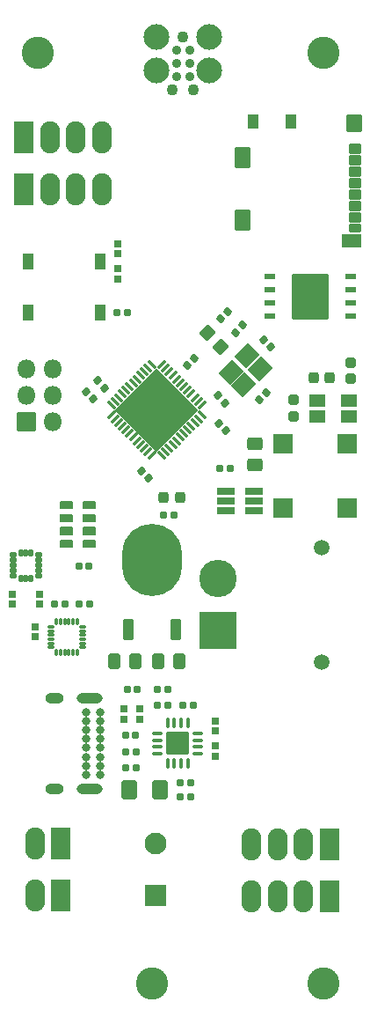
<source format=gbr>
%TF.GenerationSoftware,KiCad,Pcbnew,(6.0.2)*%
%TF.CreationDate,2022-04-15T22:59:47-04:00*%
%TF.ProjectId,Nova,4e6f7661-2e6b-4696-9361-645f70636258,rev?*%
%TF.SameCoordinates,Original*%
%TF.FileFunction,Soldermask,Top*%
%TF.FilePolarity,Negative*%
%FSLAX46Y46*%
G04 Gerber Fmt 4.6, Leading zero omitted, Abs format (unit mm)*
G04 Created by KiCad (PCBNEW (6.0.2)) date 2022-04-15 22:59:47*
%MOMM*%
%LPD*%
G01*
G04 APERTURE LIST*
G04 Aperture macros list*
%AMRoundRect*
0 Rectangle with rounded corners*
0 $1 Rounding radius*
0 $2 $3 $4 $5 $6 $7 $8 $9 X,Y pos of 4 corners*
0 Add a 4 corners polygon primitive as box body*
4,1,4,$2,$3,$4,$5,$6,$7,$8,$9,$2,$3,0*
0 Add four circle primitives for the rounded corners*
1,1,$1+$1,$2,$3*
1,1,$1+$1,$4,$5*
1,1,$1+$1,$6,$7*
1,1,$1+$1,$8,$9*
0 Add four rect primitives between the rounded corners*
20,1,$1+$1,$2,$3,$4,$5,0*
20,1,$1+$1,$4,$5,$6,$7,0*
20,1,$1+$1,$6,$7,$8,$9,0*
20,1,$1+$1,$8,$9,$2,$3,0*%
G04 Aperture macros list end*
%ADD10C,0.152400*%
%ADD11RoundRect,0.050000X0.900000X0.900000X-0.900000X0.900000X-0.900000X-0.900000X0.900000X-0.900000X0*%
%ADD12RoundRect,0.197500X0.147500X0.172500X-0.147500X0.172500X-0.147500X-0.172500X0.147500X-0.172500X0*%
%ADD13RoundRect,0.197500X0.172500X-0.147500X0.172500X0.147500X-0.172500X0.147500X-0.172500X-0.147500X0*%
%ADD14RoundRect,0.197500X-0.226274X-0.017678X-0.017678X-0.226274X0.226274X0.017678X0.017678X0.226274X0*%
%ADD15RoundRect,0.197500X0.017678X-0.226274X0.226274X-0.017678X-0.017678X0.226274X-0.226274X0.017678X0*%
%ADD16RoundRect,0.197500X0.226274X0.017678X0.017678X0.226274X-0.226274X-0.017678X-0.017678X-0.226274X0*%
%ADD17RoundRect,0.197500X-0.147500X-0.172500X0.147500X-0.172500X0.147500X0.172500X-0.147500X0.172500X0*%
%ADD18RoundRect,0.197500X-0.172500X0.147500X-0.172500X-0.147500X0.172500X-0.147500X0.172500X0.147500X0*%
%ADD19RoundRect,0.050000X1.000000X-1.000000X1.000000X1.000000X-1.000000X1.000000X-1.000000X-1.000000X0*%
%ADD20C,2.100000*%
%ADD21RoundRect,0.050000X0.750000X0.550000X-0.750000X0.550000X-0.750000X-0.550000X0.750000X-0.550000X0*%
%ADD22RoundRect,0.300000X-0.450000X0.325000X-0.450000X-0.325000X0.450000X-0.325000X0.450000X0.325000X0*%
%ADD23RoundRect,0.300000X-0.325000X-0.450000X0.325000X-0.450000X0.325000X0.450000X-0.325000X0.450000X0*%
%ADD24RoundRect,0.300000X0.325000X0.450000X-0.325000X0.450000X-0.325000X-0.450000X0.325000X-0.450000X0*%
%ADD25RoundRect,0.300001X0.462499X0.624999X-0.462499X0.624999X-0.462499X-0.624999X0.462499X-0.624999X0*%
%ADD26C,3.100000*%
%ADD27RoundRect,0.050000X0.900000X1.500000X-0.900000X1.500000X-0.900000X-1.500000X0.900000X-1.500000X0*%
%ADD28O,1.900000X3.100000*%
%ADD29RoundRect,0.050000X-0.900000X-1.500000X0.900000X-1.500000X0.900000X1.500000X-0.900000X1.500000X0*%
%ADD30C,0.800000*%
%ADD31O,1.800000X1.000000*%
%ADD32O,2.500000X1.000000*%
%ADD33RoundRect,0.050000X-0.550000X0.425000X-0.550000X-0.425000X0.550000X-0.425000X0.550000X0.425000X0*%
%ADD34RoundRect,0.050000X-0.550000X0.375000X-0.550000X-0.375000X0.550000X-0.375000X0.550000X0.375000X0*%
%ADD35RoundRect,0.050000X-0.500000X0.600000X-0.500000X-0.600000X0.500000X-0.600000X0.500000X0.600000X0*%
%ADD36RoundRect,0.050000X-0.675000X0.950000X-0.675000X-0.950000X0.675000X-0.950000X0.675000X0.950000X0*%
%ADD37RoundRect,0.050000X-0.675000X0.775000X-0.675000X-0.775000X0.675000X-0.775000X0.675000X0.775000X0*%
%ADD38RoundRect,0.050000X-0.900000X0.585000X-0.900000X-0.585000X0.900000X-0.585000X0.900000X0.585000X0*%
%ADD39RoundRect,0.268750X-0.218750X-0.256250X0.218750X-0.256250X0.218750X0.256250X-0.218750X0.256250X0*%
%ADD40RoundRect,0.268750X0.256250X-0.218750X0.256250X0.218750X-0.256250X0.218750X-0.256250X-0.218750X0*%
%ADD41RoundRect,0.050000X0.500000X0.700000X-0.500000X0.700000X-0.500000X-0.700000X0.500000X-0.700000X0*%
%ADD42RoundRect,0.050000X-0.500000X-0.700000X0.500000X-0.700000X0.500000X0.700000X-0.500000X0.700000X0*%
%ADD43RoundRect,0.112500X0.220971X0.309359X-0.309359X-0.220971X-0.220971X-0.309359X0.309359X0.220971X0*%
%ADD44RoundRect,0.112500X-0.220971X0.309359X-0.309359X0.220971X0.220971X-0.309359X0.309359X-0.220971X0*%
%ADD45RoundRect,0.050000X0.000000X3.959798X-3.959798X0.000000X0.000000X-3.959798X3.959798X0.000000X0*%
%ADD46RoundRect,0.050000X0.275000X0.175000X-0.275000X0.175000X-0.275000X-0.175000X0.275000X-0.175000X0*%
%ADD47RoundRect,0.050000X0.175000X0.275000X-0.175000X0.275000X-0.175000X-0.275000X0.175000X-0.275000X0*%
%ADD48RoundRect,0.050000X0.470000X0.220000X-0.470000X0.220000X-0.470000X-0.220000X0.470000X-0.220000X0*%
%ADD49RoundRect,0.050000X1.700000X2.150000X-1.700000X2.150000X-1.700000X-2.150000X1.700000X-2.150000X0*%
%ADD50RoundRect,0.125000X-0.075000X0.350000X-0.075000X-0.350000X0.075000X-0.350000X0.075000X0.350000X0*%
%ADD51RoundRect,0.125000X-0.350000X0.075000X-0.350000X-0.075000X0.350000X-0.075000X0.350000X0.075000X0*%
%ADD52RoundRect,0.050000X-1.050000X1.050000X-1.050000X-1.050000X1.050000X-1.050000X1.050000X1.050000X0*%
%ADD53RoundRect,0.050000X0.546100X0.304800X-0.546100X0.304800X-0.546100X-0.304800X0.546100X-0.304800X0*%
%ADD54RoundRect,0.100000X0.225000X0.050000X-0.225000X0.050000X-0.225000X-0.050000X0.225000X-0.050000X0*%
%ADD55RoundRect,0.100000X-0.050000X0.225000X-0.050000X-0.225000X0.050000X-0.225000X0.050000X0.225000X0*%
%ADD56C,1.500000*%
%ADD57RoundRect,0.050000X-1.750000X1.750000X-1.750000X-1.750000X1.750000X-1.750000X1.750000X1.750000X0*%
%ADD58C,3.600000*%
%ADD59RoundRect,0.050000X0.760140X0.017678X0.017678X0.760140X-0.760140X-0.017678X-0.017678X-0.760140X0*%
%ADD60RoundRect,0.050000X-0.106066X-1.166726X1.166726X0.106066X0.106066X1.166726X-1.166726X-0.106066X0*%
%ADD61RoundRect,0.050000X-0.780000X-0.325000X0.780000X-0.325000X0.780000X0.325000X-0.780000X0.325000X0*%
%ADD62RoundRect,0.050000X0.850000X0.850000X-0.850000X0.850000X-0.850000X-0.850000X0.850000X-0.850000X0*%
%ADD63O,1.800000X1.800000*%
%ADD64RoundRect,0.165200X-0.364800X-0.834800X0.364800X-0.834800X0.364800X0.834800X-0.364800X0.834800X0*%
%ADD65RoundRect,2.865000X0.000000X-0.605000X0.000000X-0.605000X0.000000X0.605000X0.000000X0.605000X0*%
%ADD66C,1.091000*%
%ADD67C,2.475000*%
%ADD68C,0.887000*%
G04 APERTURE END LIST*
D10*
%TO.C,U6*%
X151456000Y-95931100D02*
X150363800Y-95931100D01*
X150363800Y-92181100D02*
X150363800Y-92790700D01*
X149256000Y-95290700D02*
X149256000Y-94681100D01*
X149256000Y-96540700D02*
X149256000Y-95931100D01*
X151456000Y-92181100D02*
X150363800Y-92181100D01*
X149256000Y-95931100D02*
X148163800Y-95931100D01*
X150363800Y-96540700D02*
X151456000Y-96540700D01*
X148163800Y-96540700D02*
X149256000Y-96540700D01*
X150363800Y-92790700D02*
X151456000Y-92790700D01*
X151456000Y-92790700D02*
X151456000Y-92181100D01*
X148163800Y-95290700D02*
X149256000Y-95290700D01*
X148163800Y-94040700D02*
X149256000Y-94040700D01*
X148163800Y-94681100D02*
X148163800Y-95290700D01*
X149256000Y-94040700D02*
X149256000Y-93431100D01*
X148163800Y-92181100D02*
X148163800Y-92790700D01*
X149256000Y-92790700D02*
X149256000Y-92181100D01*
X151456000Y-95290700D02*
X151456000Y-94681100D01*
X150363800Y-93431100D02*
X150363800Y-94040700D01*
X150363800Y-95931100D02*
X150363800Y-96540700D01*
X148163800Y-92790700D02*
X149256000Y-92790700D01*
X150363800Y-94040700D02*
X151456000Y-94040700D01*
X148163800Y-93431100D02*
X148163800Y-94040700D01*
X151456000Y-93431100D02*
X150363800Y-93431100D01*
X148163800Y-95931100D02*
X148163800Y-96540700D01*
X150363800Y-94681100D02*
X150363800Y-95290700D01*
X151456000Y-94681100D02*
X150363800Y-94681100D01*
X149256000Y-94681100D02*
X148163800Y-94681100D01*
X151456000Y-96540700D02*
X151456000Y-95931100D01*
X149256000Y-92181100D02*
X148163800Y-92181100D01*
X149256000Y-93431100D02*
X148163800Y-93431100D01*
X151456000Y-94040700D02*
X151456000Y-93431100D01*
X150363800Y-95290700D02*
X151456000Y-95290700D01*
%TD*%
D11*
%TO.C,BZ1*%
X169600000Y-92750000D03*
X169600000Y-86600000D03*
X175750000Y-86600000D03*
X175750000Y-92750000D03*
%TD*%
D12*
%TO.C,C3*%
X150910000Y-98350000D03*
X149940000Y-98350000D03*
%TD*%
D13*
%TO.C,C5*%
X153650000Y-70745000D03*
X153650000Y-69775000D03*
%TD*%
D14*
%TO.C,C6*%
X163357053Y-81982053D03*
X164042947Y-82667947D03*
%TD*%
D15*
%TO.C,C7*%
X164982053Y-75892947D03*
X165667947Y-75207053D03*
%TD*%
%TO.C,C8*%
X163607053Y-74567947D03*
X164292947Y-73882053D03*
%TD*%
%TO.C,C9*%
X167282053Y-82392947D03*
X167967947Y-81707053D03*
%TD*%
D16*
%TO.C,C10*%
X152400000Y-81225000D03*
X151714106Y-80539106D03*
%TD*%
D14*
%TO.C,C11*%
X167757053Y-76582053D03*
X168442947Y-77267947D03*
%TD*%
D16*
%TO.C,C12*%
X151317947Y-82267947D03*
X150632053Y-81582053D03*
%TD*%
D14*
%TO.C,C13*%
X163407053Y-84657053D03*
X164092947Y-85342947D03*
%TD*%
D15*
%TO.C,C14*%
X160382053Y-79042947D03*
X161067947Y-78357053D03*
%TD*%
D17*
%TO.C,C15*%
X149990000Y-101975000D03*
X150960000Y-101975000D03*
%TD*%
D18*
%TO.C,C16*%
X145700000Y-104190000D03*
X145700000Y-105160000D03*
%TD*%
D12*
%TO.C,C17*%
X148560000Y-101975000D03*
X147590000Y-101975000D03*
%TD*%
D14*
%TO.C,C18*%
X155982053Y-89232053D03*
X156667947Y-89917947D03*
%TD*%
D18*
%TO.C,C22*%
X146100000Y-101040000D03*
X146100000Y-102010000D03*
%TD*%
D13*
%TO.C,C23*%
X143550000Y-102010000D03*
X143550000Y-101040000D03*
%TD*%
D19*
%TO.C,C24*%
X157350000Y-130050000D03*
D20*
X157350000Y-125050000D03*
%TD*%
D12*
%TO.C,C29*%
X160685000Y-120525000D03*
X159715000Y-120525000D03*
%TD*%
%TO.C,C30*%
X160685000Y-119200000D03*
X159715000Y-119200000D03*
%TD*%
D17*
%TO.C,C31*%
X154465000Y-117750000D03*
X155435000Y-117750000D03*
%TD*%
D21*
%TO.C,D1*%
X175904956Y-83965000D03*
X172904956Y-83965000D03*
X172904956Y-82465000D03*
X175904956Y-82465000D03*
%TD*%
D22*
%TO.C,D2*%
X166875000Y-86600000D03*
X166875000Y-88650000D03*
%TD*%
D23*
%TO.C,D3*%
X153325000Y-107550000D03*
X155375000Y-107550000D03*
%TD*%
D24*
%TO.C,D4*%
X159625000Y-107550000D03*
X157575000Y-107550000D03*
%TD*%
D13*
%TO.C,D5*%
X155800000Y-113085000D03*
X155800000Y-112115000D03*
%TD*%
%TO.C,D6*%
X154300000Y-113085000D03*
X154300000Y-112115000D03*
%TD*%
D12*
%TO.C,D7*%
X159060000Y-93475000D03*
X158090000Y-93475000D03*
%TD*%
D25*
%TO.C,F1*%
X157762500Y-119850000D03*
X154787500Y-119850000D03*
%TD*%
D26*
%TO.C,H1*%
X173500000Y-49000000D03*
%TD*%
%TO.C,H2*%
X146000000Y-49000000D03*
%TD*%
%TO.C,H3*%
X173500000Y-138500000D03*
%TD*%
%TO.C,H4*%
X157000000Y-138500000D03*
%TD*%
D27*
%TO.C,J4*%
X148200000Y-130050000D03*
X148200000Y-125050000D03*
D28*
X145700000Y-125050000D03*
X145700000Y-130050000D03*
%TD*%
D29*
%TO.C,J5*%
X144618800Y-62150000D03*
X144618800Y-57150000D03*
D28*
X147118800Y-57150000D03*
X147118800Y-62150000D03*
X149618800Y-57150000D03*
X149618800Y-62150000D03*
X152118800Y-62150000D03*
X152118800Y-57150000D03*
%TD*%
D27*
%TO.C,J6*%
X174075000Y-130125000D03*
X174075000Y-125125000D03*
D28*
X171575000Y-125125000D03*
X171575000Y-130125000D03*
X169075000Y-125125000D03*
X169075000Y-130125000D03*
X166575000Y-125125000D03*
X166575000Y-130125000D03*
%TD*%
D30*
%TO.C,J7*%
X151950000Y-112450000D03*
X151950000Y-113300000D03*
X151950000Y-114150000D03*
X151950000Y-115000000D03*
X151950000Y-115850000D03*
X151950000Y-116700000D03*
X151950000Y-117550000D03*
X151950000Y-118400000D03*
X150600000Y-118400000D03*
X150600000Y-117550000D03*
X150600000Y-116700000D03*
X150600000Y-115850000D03*
X150600000Y-115000000D03*
X150600000Y-114150000D03*
X150600000Y-113300000D03*
X150600000Y-112450000D03*
D31*
X147590000Y-111100000D03*
X147590000Y-119750000D03*
D32*
X150970000Y-119750000D03*
X150970000Y-111100000D03*
%TD*%
D33*
%TO.C,Micro_SD1*%
X176535600Y-58225000D03*
X176535600Y-59325000D03*
X176535600Y-60425000D03*
X176535600Y-61525000D03*
X176535600Y-62625000D03*
X176535600Y-63725000D03*
X176535600Y-64825000D03*
D34*
X176535600Y-65875000D03*
D35*
X170385600Y-55590000D03*
X166685600Y-55590000D03*
D36*
X165710600Y-65060000D03*
X165710600Y-59090000D03*
D37*
X176410600Y-55765000D03*
D38*
X176185600Y-67085000D03*
%TD*%
D39*
%TO.C,R1*%
X172537500Y-80275000D03*
X174112500Y-80275000D03*
%TD*%
D40*
%TO.C,R2*%
X176150000Y-80350000D03*
X176150000Y-78775000D03*
%TD*%
%TO.C,R3*%
X170625000Y-83962500D03*
X170625000Y-82387500D03*
%TD*%
D39*
%TO.C,R4*%
X158087500Y-91725000D03*
X159662500Y-91725000D03*
%TD*%
D18*
%TO.C,R6*%
X153650000Y-67365000D03*
X153650000Y-68335000D03*
%TD*%
D17*
%TO.C,R7*%
X153625000Y-73975000D03*
X154595000Y-73975000D03*
%TD*%
%TO.C,R27*%
X163515000Y-89000000D03*
X164485000Y-89000000D03*
%TD*%
%TO.C,R28*%
X157490000Y-110250000D03*
X158460000Y-110250000D03*
%TD*%
D12*
%TO.C,R29*%
X155560000Y-110250000D03*
X154590000Y-110250000D03*
%TD*%
%TO.C,R30*%
X155435000Y-116200000D03*
X154465000Y-116200000D03*
%TD*%
D17*
%TO.C,R31*%
X154440000Y-114650000D03*
X155410000Y-114650000D03*
%TD*%
D13*
%TO.C,R32*%
X163100000Y-116635000D03*
X163100000Y-115665000D03*
%TD*%
D12*
%TO.C,R33*%
X160935000Y-111775000D03*
X159965000Y-111775000D03*
%TD*%
D18*
%TO.C,R34*%
X163100000Y-113265000D03*
X163100000Y-114235000D03*
%TD*%
D17*
%TO.C,R35*%
X157515000Y-111775000D03*
X158485000Y-111775000D03*
%TD*%
D41*
%TO.C,BOOT1*%
X152000000Y-73975000D03*
X145000000Y-73975000D03*
%TD*%
D42*
%TO.C,NRST1*%
X145000000Y-69075000D03*
X152000000Y-69075000D03*
%TD*%
D43*
%TO.C,U1*%
X161800223Y-82863864D03*
X161446670Y-82510311D03*
X161093116Y-82156757D03*
X160739563Y-81803204D03*
X160386010Y-81449651D03*
X160032456Y-81096097D03*
X159678903Y-80742544D03*
X159325349Y-80388990D03*
X158971796Y-80035437D03*
X158618243Y-79681884D03*
X158264689Y-79328330D03*
X157911136Y-78974777D03*
D44*
X156938864Y-78974777D03*
X156585311Y-79328330D03*
X156231757Y-79681884D03*
X155878204Y-80035437D03*
X155524651Y-80388990D03*
X155171097Y-80742544D03*
X154817544Y-81096097D03*
X154463990Y-81449651D03*
X154110437Y-81803204D03*
X153756884Y-82156757D03*
X153403330Y-82510311D03*
X153049777Y-82863864D03*
D43*
X153049777Y-83836136D03*
X153403330Y-84189689D03*
X153756884Y-84543243D03*
X154110437Y-84896796D03*
X154463990Y-85250349D03*
X154817544Y-85603903D03*
X155171097Y-85957456D03*
X155524651Y-86311010D03*
X155878204Y-86664563D03*
X156231757Y-87018116D03*
X156585311Y-87371670D03*
X156938864Y-87725223D03*
D44*
X157911136Y-87725223D03*
X158264689Y-87371670D03*
X158618243Y-87018116D03*
X158971796Y-86664563D03*
X159325349Y-86311010D03*
X159678903Y-85957456D03*
X160032456Y-85603903D03*
X160386010Y-85250349D03*
X160739563Y-84896796D03*
X161093116Y-84543243D03*
X161446670Y-84189689D03*
X161800223Y-83836136D03*
D45*
X157425000Y-83350000D03*
%TD*%
D46*
%TO.C,U2*%
X146050000Y-99295000D03*
X146050000Y-98795000D03*
X146050000Y-98295000D03*
X146050000Y-97795000D03*
X146050000Y-97295000D03*
D47*
X145325000Y-97070000D03*
X144825000Y-97070000D03*
X144325000Y-97070000D03*
D46*
X143600000Y-97295000D03*
X143600000Y-97795000D03*
X143600000Y-98295000D03*
X143600000Y-98795000D03*
X143600000Y-99295000D03*
D47*
X144325000Y-99520000D03*
X144825000Y-99520000D03*
X145325000Y-99520000D03*
%TD*%
D48*
%TO.C,U3*%
X176095000Y-74355000D03*
X176095000Y-73085000D03*
X176095000Y-71815000D03*
X176095000Y-70545000D03*
X168305000Y-70545000D03*
X168305000Y-71815000D03*
X168305000Y-73085000D03*
X168305000Y-74355000D03*
D49*
X172200000Y-72450000D03*
%TD*%
D50*
%TO.C,U4*%
X160425000Y-113475000D03*
X159775000Y-113475000D03*
X159125000Y-113475000D03*
X158475000Y-113475000D03*
D51*
X157500000Y-114450000D03*
X157500000Y-115100000D03*
X157500000Y-115750000D03*
X157500000Y-116400000D03*
D50*
X158475000Y-117375000D03*
X159125000Y-117375000D03*
X159775000Y-117375000D03*
X160425000Y-117375000D03*
D51*
X161400000Y-116400000D03*
X161400000Y-115750000D03*
X161400000Y-115100000D03*
X161400000Y-114450000D03*
D52*
X159450000Y-115425000D03*
%TD*%
D53*
%TO.C,U6*%
X150909900Y-96235900D03*
X150909900Y-94985900D03*
X150909900Y-93735900D03*
X150909900Y-92485900D03*
X148709900Y-92485900D03*
X148709900Y-93735900D03*
X148709900Y-94985900D03*
X148709900Y-96235900D03*
%TD*%
D54*
%TO.C,U7*%
X150275000Y-106195000D03*
X150275000Y-105795000D03*
X150275000Y-105395000D03*
X150275000Y-104995000D03*
X150275000Y-104595000D03*
X150275000Y-104195000D03*
D55*
X149775000Y-103695000D03*
X149375000Y-103695000D03*
X148975000Y-103695000D03*
X148575000Y-103695000D03*
X148175000Y-103695000D03*
X147775000Y-103695000D03*
D54*
X147275000Y-104195000D03*
X147275000Y-104595000D03*
X147275000Y-104995000D03*
X147275000Y-105395000D03*
X147275000Y-105795000D03*
X147275000Y-106195000D03*
D55*
X147775000Y-106695000D03*
X148175000Y-106695000D03*
X148575000Y-106695000D03*
X148975000Y-106695000D03*
X149375000Y-106695000D03*
X149775000Y-106695000D03*
%TD*%
D56*
%TO.C,xt1*%
X173300000Y-107575000D03*
X173300000Y-96575000D03*
D57*
X163300000Y-104575000D03*
D58*
X163300000Y-99575000D03*
%TD*%
D59*
%TO.C,Y1*%
X163579074Y-77254074D03*
X162270926Y-75945926D03*
%TD*%
D60*
%TO.C,Y2*%
X165798223Y-80928858D03*
X167353858Y-79373223D03*
X166151777Y-78171142D03*
X164596142Y-79726777D03*
%TD*%
D61*
%TO.C,Q9*%
X164100000Y-91150000D03*
X164100000Y-92100000D03*
X164100000Y-93050000D03*
X166800000Y-93050000D03*
X166800000Y-92100000D03*
X166800000Y-91150000D03*
%TD*%
D62*
%TO.C,J2*%
X144840000Y-84480000D03*
D63*
X147380000Y-84480000D03*
X144840000Y-81940000D03*
X147380000Y-81940000D03*
X144840000Y-79400000D03*
X147380000Y-79400000D03*
%TD*%
D64*
%TO.C,U8*%
X154710000Y-104470000D03*
D65*
X156990000Y-97760000D03*
D64*
X159270000Y-104470000D03*
%TD*%
D66*
%TO.C,J1*%
X158944400Y-52575600D03*
X160976400Y-52575600D03*
X159960400Y-47495600D03*
D67*
X157420400Y-50670600D03*
X162500400Y-47495600D03*
X157420400Y-47495600D03*
X162500400Y-50670600D03*
D68*
X159325400Y-48765600D03*
X160595400Y-48765600D03*
X159325400Y-50035600D03*
X160595400Y-50035600D03*
X159325400Y-51305600D03*
X160595400Y-51305600D03*
%TD*%
M02*

</source>
